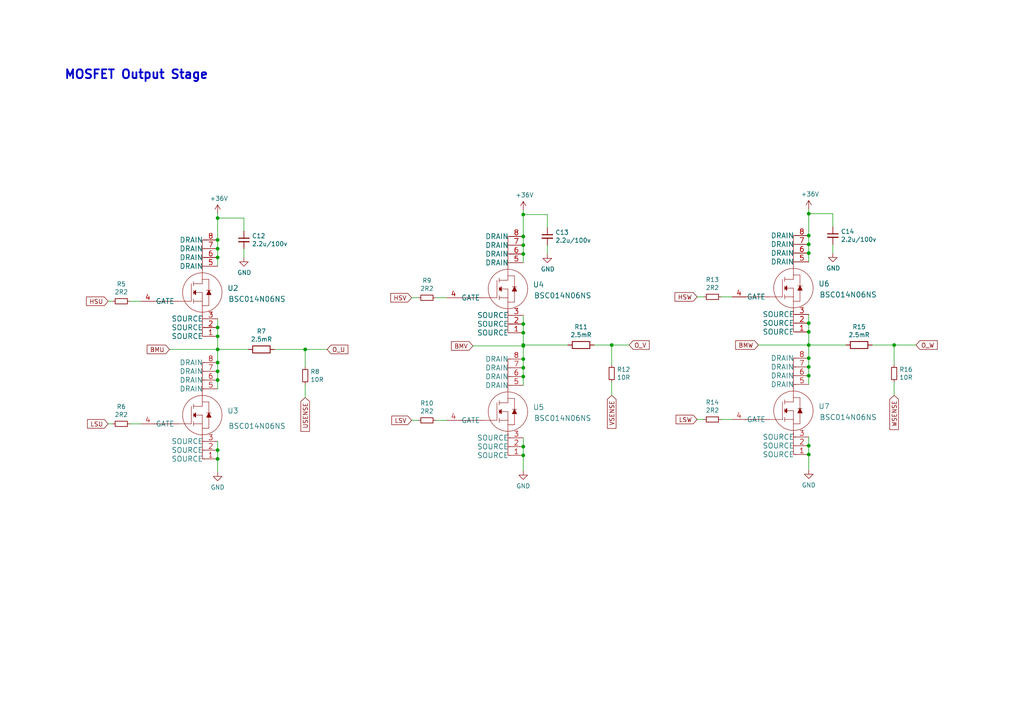
<source format=kicad_sch>
(kicad_sch (version 20250114) (generator "eeschema") (generator_version "9.0")
  (paper "A4")
  (title_block (title "ThunderMini") (date "2022-12-19") (rev "V1.0") (company "Yaseen M. Twati"))
  (lib_symbols
    (symbol "BrushlessESC-rescue:BSC014N06NS" (pin_names (offset 0.254))
      (property "Reference" "U" (at 14.605 4.445 0))
      (property "Value" "BSC014N06NS" (at 15.24 1.905 0))
      (symbol "BSC014N06NS_0_1"
        (polyline (pts (xy -6.985 -2.54) (xy -13.97 -2.54)))
        (polyline (pts (xy 0 6.35) (xy 0 15.24) (xy 0.635 15.24)))
        (polyline (pts (xy 0 -6.35) (xy 0 -12.7) (xy 0.635 -12.7)))
        (polyline (pts (xy 0.635 12.7) (xy 0 12.7)))
        (polyline (pts (xy 0.635 10.16) (xy 0 10.16)))
        (polyline (pts (xy 0.635 7.62) (xy 0 7.62)))
        (polyline (pts (xy 0.635 -7.62) (xy 0 -7.62)))
        (polyline (pts (xy 0.635 -10.16) (xy 0 -10.16)))
      )
      (symbol "BSC014N06NS_1_1"
        (polyline (pts (xy -3.175 2.54) (xy -3.175 -2.54)) (stroke (width 0.127)))
        (polyline (pts (xy -3.175 -2.54) (xy -6.985 -2.54)) (stroke (width 0.127)))
        (polyline (pts (xy -2.54 3.175) (xy -2.54 1.905)) (stroke (width 0.127)))
        (polyline (pts (xy -2.54 2.54) (xy 0 2.54)) (stroke (width 0.127)))
        (polyline (pts (xy -2.54 0.635) (xy -2.54 -0.635)) (stroke (width 0.127)))
        (polyline (pts (xy -2.54 0) (xy -1.905 0.635)) (stroke (width 0.127)))
        (polyline (pts (xy -2.54 0) (xy -1.905 0.635) (xy -1.905 -0.635) (xy -2.54 0)) (fill (type outline)))
        (polyline (pts (xy -2.54 -1.905) (xy -2.54 -3.175)) (stroke (width 0.127)))
        (polyline (pts (xy -2.54 -2.54) (xy 0 -2.54)) (stroke (width 0.127)))
        (polyline (pts (xy -1.905 -0.635) (xy -2.54 0)) (stroke (width 0.127)))
        (polyline (pts (xy -1.905 -0.635) (xy -1.905 0.635)) (stroke (width 0.127)))
        (polyline (pts (xy 0 3.81) (xy 0 6.35)) (stroke (width 0.127)))
        (polyline (pts (xy 0 3.81) (xy 1.905 3.81)) (stroke (width 0.127)))
        (polyline (pts (xy 0 2.54) (xy 0 3.81)) (stroke (width 0.127)))
        (polyline (pts (xy 0 0) (xy -2.54 0)) (stroke (width 0.127)))
        (polyline (pts (xy 0 0) (xy 0 -2.54)) (stroke (width 0.127)))
        (circle (center 0 0) (radius 5.715) (stroke (width 0.127)))
        (polyline (pts (xy 0 -3.81) (xy 0 -2.54)) (stroke (width 0.127)))
        (polyline (pts (xy 0 -3.81) (xy 0 -6.985)) (stroke (width 0.127)))
        (polyline (pts (xy 1.27 0.635) (xy 2.54 0.635)) (stroke (width 0.127)))
        (polyline (pts (xy 1.27 -0.635) (xy 2.54 -0.635)) (stroke (width 0.127)))
        (polyline (pts (xy 1.27 -0.635) (xy 1.905 0.635) (xy 2.54 -0.635) (xy 1.27 -0.635)) (fill (type outline)))
        (polyline (pts (xy 1.905 3.81) (xy 1.905 -3.81)) (stroke (width 0.127)))
        (polyline (pts (xy 1.905 0.635) (xy 1.27 -0.635)) (stroke (width 0.127)))
        (polyline (pts (xy 1.905 -3.81) (xy 0 -3.81)) (stroke (width 0.127)))
        (polyline (pts (xy 2.54 -0.635) (xy 1.905 0.635)) (stroke (width 0.127)))
        (arc (start 5.715 0) (mid 5.715 0) (end 5.715 0) (stroke (width 0.127)))
        (pin unspecified line (at -17.78 -2.54 0) (length 4) (name "GATE") (number "4"))
        (pin unspecified line (at 4.445 15.24 180) (length 4) (name "DRAIN") (number "8"))
        (pin unspecified line (at 4.445 12.7 180) (length 4) (name "DRAIN") (number "7"))
        (pin unspecified line (at 4.445 10.16 180) (length 4) (name "DRAIN") (number "6"))
        (pin unspecified line (at 4.445 7.62 180) (length 4) (name "DRAIN") (number "5"))
        (pin unspecified line (at 4.445 -7.62 180) (length 4) (name "SOURCE") (number "3"))
        (pin unspecified line (at 4.445 -10.16 180) (length 4) (name "SOURCE") (number "2"))
        (pin unspecified line (at 4.445 -12.7 180) (length 4) (name "SOURCE") (number "1"))
      )
    )
    (symbol "Device:C_Small" (pin_numbers (hide yes)) (pin_names (offset 0.254) (hide yes))
      (property "Reference" "C" (at 0.254 1.778 0))
      (property "Value" "C_Small" (at 0.254 -2.032 0))
      (symbol "C_Small_0_1"
        (polyline (pts (xy -1.524 0.508) (xy 1.524 0.508)) (stroke (width 0.3048)))
        (polyline (pts (xy -1.524 -0.508) (xy 1.524 -0.508)) (stroke (width 0.3302)))
      )
      (symbol "C_Small_1_1"
        (pin passive line (at 0 2.54 270) (length 2.032) (name "~") (number "1"))
        (pin passive line (at 0 -2.54 90) (length 2.032) (name "~") (number "2"))
      )
    )
    (symbol "Device:R" (pin_numbers (hide yes)) (pin_names (offset 0))
      (property "Reference" "R" (at 2.032 0 90))
      (property "Value" "R" (at 0 0 90))
      (symbol "R_0_1"
        (rectangle (start -1.016 -2.54) (end 1.016 2.54) (stroke (width 0.254)))
      )
      (symbol "R_1_1"
        (pin passive line (at 0 3.81 270) (length 1.27) (name "~") (number "1"))
        (pin passive line (at 0 -3.81 90) (length 1.27) (name "~") (number "2"))
      )
    )
    (symbol "Device:R_Small" (pin_numbers (hide yes)) (pin_names (offset 0.254) (hide yes))
      (property "Reference" "R" (at 0.762 0.508 0))
      (property "Value" "R_Small" (at 0.762 -1.016 0))
      (symbol "R_Small_0_1"
        (rectangle (start -0.762 1.778) (end 0.762 -1.778) (stroke (width 0.2032)))
      )
      (symbol "R_Small_1_1"
        (pin passive line (at 0 2.54 270) (length 0.762) (name "~") (number "1"))
        (pin passive line (at 0 -2.54 90) (length 0.762) (name "~") (number "2"))
      )
    )
    (symbol "power:+36V" (power) (pin_names (offset 0))
      (property "Value" "+36V" (at 0 3.556 0))
      (symbol "+36V_0_1"
        (polyline (pts (xy -0.762 1.27) (xy 0 2.54)))
        (polyline (pts (xy 0 2.54) (xy 0.762 1.27)))
        (polyline (pts (xy 0 0) (xy 0 2.54)))
      )
      (symbol "+36V_1_1"
        (pin power_in line (at 0 0 90) (length 0) (hide yes) (name "+36V") (number "1"))
      )
    )
    (symbol "power:GND" (power) (pin_names (offset 0))
      (property "Value" "GND" (at 0 -3.81 0))
      (symbol "GND_0_1"
        (polyline (pts (xy 0 0) (xy 0 -1.27) (xy 1.27 -1.27) (xy 0 -2.54) (xy -1.27 -1.27) (xy 0 -1.27)))
      )
      (symbol "GND_1_1"
        (pin power_in line (at 0 0 270) (length 0) (hide yes) (name "GND") (number "1"))
      )
    )
  )
  (text "MOSFET Output Stage" (at 18.542 23.241 0) (effects (font (size 2.54 2.54) (thickness 0.508) (bold yes)) (justify left bottom)))
  (junction (at 63.119 101.346))
  (junction (at 234.569 61.976))
  (junction (at 234.569 70.866))
  (junction (at 63.119 107.696))
  (junction (at 177.419 100.076))
  (junction (at 63.119 72.136))
  (junction (at 151.765 129.54))
  (junction (at 234.569 93.726))
  (junction (at 151.765 62.23))
  (junction (at 151.765 100.076))
  (junction (at 63.119 63.246))
  (junction (at 151.765 132.08))
  (junction (at 151.765 106.68))
  (junction (at 151.765 109.22))
  (junction (at 63.119 94.996))
  (junction (at 151.765 68.58))
  (junction (at 63.119 74.676))
  (junction (at 63.119 110.236))
  (junction (at 151.765 100.33))
  (junction (at 234.569 129.286))
  (junction (at 63.119 130.556))
  (junction (at 234.569 108.966))
  (junction (at 234.569 73.406))
  (junction (at 151.765 93.98))
  (junction (at 88.519 101.346))
  (junction (at 63.119 105.156))
  (junction (at 234.569 96.266))
  (junction (at 151.765 104.14))
  (junction (at 63.119 69.596))
  (junction (at 151.765 73.66))
  (junction (at 63.119 133.096))
  (junction (at 234.569 100.076))
  (junction (at 234.569 68.326))
  (junction (at 63.119 97.536))
  (junction (at 259.334 100.076))
  (junction (at 234.569 131.826))
  (junction (at 151.765 71.12))
  (junction (at 234.569 106.426))
  (junction (at 151.765 96.52))
  (junction (at 234.569 103.886))
  (wire (pts (xy 234.569 70.866) (xy 234.569 73.406)))
  (wire (pts (xy 234.569 73.406) (xy 234.569 75.946)))
  (wire (pts (xy 234.569 68.326) (xy 234.569 70.866)))
  (wire (pts (xy 151.765 104.14) (xy 151.765 106.68)))
  (wire (pts (xy 234.569 100.076) (xy 245.364 100.076)))
  (wire (pts (xy 88.519 101.346) (xy 94.869 101.346)))
  (wire (pts (xy 209.169 86.106) (xy 212.344 86.106)))
  (wire (pts (xy 151.765 106.68) (xy 151.765 109.22)))
  (wire (pts (xy 151.765 71.12) (xy 151.765 73.66)))
  (wire (pts (xy 63.119 110.236) (xy 63.119 112.776)))
  (wire (pts (xy 63.119 74.676) (xy 63.119 77.216)))
  (wire (pts (xy 63.119 107.696) (xy 63.119 110.236)))
  (wire (pts (xy 151.765 127) (xy 151.765 129.54)))
  (wire (pts (xy 219.964 100.076) (xy 234.569 100.076)))
  (wire (pts (xy 63.119 101.346) (xy 63.119 105.156)))
  (wire (pts (xy 259.334 100.076) (xy 259.334 105.791)))
  (wire (pts (xy 158.75 62.23) (xy 151.765 62.23)))
  (wire (pts (xy 234.569 103.886) (xy 234.569 106.426)))
  (wire (pts (xy 63.119 61.976) (xy 63.119 63.246)))
  (wire (pts (xy 63.119 94.996) (xy 63.119 97.536)))
  (wire (pts (xy 151.765 60.96) (xy 151.765 62.23)))
  (wire (pts (xy 177.419 114.681) (xy 177.419 110.871)))
  (wire (pts (xy 49.149 101.346) (xy 63.119 101.346)))
  (wire (pts (xy 63.119 72.136) (xy 63.119 74.676)))
  (wire (pts (xy 252.984 100.076) (xy 259.334 100.076)))
  (wire (pts (xy 151.765 96.52) (xy 151.765 100.076)))
  (wire (pts (xy 137.16 100.33) (xy 151.765 100.33)))
  (wire (pts (xy 151.765 129.54) (xy 151.765 132.08)))
  (wire (pts (xy 177.419 100.076) (xy 177.419 105.791)))
  (wire (pts (xy 151.765 62.23) (xy 151.765 68.58)))
  (wire (pts (xy 259.334 114.681) (xy 259.334 110.871)))
  (wire (pts (xy 158.75 66.04) (xy 158.75 62.23)))
  (wire (pts (xy 151.765 100.076) (xy 164.719 100.076)))
  (wire (pts (xy 88.519 101.346) (xy 88.519 106.426)))
  (wire (pts (xy 151.765 100.076) (xy 151.765 100.33)))
  (wire (pts (xy 234.569 129.286) (xy 234.569 131.826)))
  (wire (pts (xy 63.119 130.556) (xy 63.119 133.096)))
  (wire (pts (xy 63.119 92.456) (xy 63.119 94.996)))
  (wire (pts (xy 158.75 71.12) (xy 158.75 73.66)))
  (wire (pts (xy 63.119 97.536) (xy 63.119 101.346)))
  (wire (pts (xy 63.119 105.156) (xy 63.119 107.696)))
  (wire (pts (xy 209.169 121.666) (xy 212.344 121.666)))
  (wire (pts (xy 63.119 101.346) (xy 72.009 101.346)))
  (wire (pts (xy 202.184 86.106) (xy 204.089 86.106)))
  (wire (pts (xy 234.569 131.826) (xy 234.569 136.271)))
  (wire (pts (xy 126.365 121.92) (xy 129.54 121.92)))
  (wire (pts (xy 234.569 91.186) (xy 234.569 93.726)))
  (wire (pts (xy 63.119 133.096) (xy 63.119 136.906)))
  (wire (pts (xy 241.554 61.976) (xy 234.569 61.976)))
  (wire (pts (xy 151.765 68.58) (xy 151.765 71.12)))
  (wire (pts (xy 234.569 100.076) (xy 234.569 103.886)))
  (wire (pts (xy 241.554 70.866) (xy 241.554 73.406)))
  (wire (pts (xy 70.739 63.246) (xy 63.119 63.246)))
  (wire (pts (xy 63.119 128.016) (xy 63.119 130.556)))
  (wire (pts (xy 119.38 121.92) (xy 121.285 121.92)))
  (wire (pts (xy 234.569 126.746) (xy 234.569 129.286)))
  (wire (pts (xy 31.369 87.376) (xy 32.639 87.376)))
  (wire (pts (xy 63.119 63.246) (xy 63.119 69.596)))
  (wire (pts (xy 234.569 106.426) (xy 234.569 108.966)))
  (wire (pts (xy 151.765 93.98) (xy 151.765 96.52)))
  (wire (pts (xy 37.719 87.376) (xy 40.894 87.376)))
  (wire (pts (xy 151.765 109.22) (xy 151.765 111.76)))
  (wire (pts (xy 234.569 61.976) (xy 234.569 68.326)))
  (wire (pts (xy 151.765 132.08) (xy 151.765 136.525)))
  (wire (pts (xy 151.765 91.44) (xy 151.765 93.98)))
  (wire (pts (xy 63.119 69.596) (xy 63.119 72.136)))
  (wire (pts (xy 202.184 121.666) (xy 204.089 121.666)))
  (wire (pts (xy 70.739 67.056) (xy 70.739 63.246)))
  (wire (pts (xy 234.569 93.726) (xy 234.569 96.266)))
  (wire (pts (xy 172.339 100.076) (xy 177.419 100.076)))
  (wire (pts (xy 241.554 65.786) (xy 241.554 61.976)))
  (wire (pts (xy 70.739 72.136) (xy 70.739 74.676)))
  (wire (pts (xy 234.569 108.966) (xy 234.569 111.506)))
  (wire (pts (xy 259.334 100.076) (xy 265.684 100.076)))
  (wire (pts (xy 119.38 86.36) (xy 121.285 86.36)))
  (wire (pts (xy 79.629 101.346) (xy 88.519 101.346)))
  (wire (pts (xy 177.419 100.076) (xy 182.499 100.076)))
  (wire (pts (xy 126.365 86.36) (xy 129.54 86.36)))
  (wire (pts (xy 31.369 122.936) (xy 32.639 122.936)))
  (wire (pts (xy 151.765 100.33) (xy 151.765 104.14)))
  (wire (pts (xy 151.765 73.66) (xy 151.765 76.2)))
  (wire (pts (xy 88.519 115.316) (xy 88.519 111.506)))
  (wire (pts (xy 234.569 96.266) (xy 234.569 100.076)))
  (wire (pts (xy 234.569 60.706) (xy 234.569 61.976)))
  (wire (pts (xy 37.719 122.936) (xy 40.894 122.936)))
  (global_label "LSV" (shape input) (at 119.38 121.92 180) (property "Intersheetrefs" "${INTERSHEET_REFS}" (effects (hide yes))))
  (global_label "BMU" (shape input) (at 49.149 101.346 180) (property "Intersheetrefs" "${INTERSHEET_REFS}" (effects (hide yes))))
  (global_label "VSENSE" (shape input) (at 177.419 114.681 270) (property "Intersheetrefs" "${INTERSHEET_REFS}" (effects (hide yes))))
  (global_label "O_W" (shape input) (at 265.684 100.076 0) (property "Intersheetrefs" "${INTERSHEET_REFS}" (effects (hide yes))))
  (global_label "BMV" (shape input) (at 137.16 100.33 180) (property "Intersheetrefs" "${INTERSHEET_REFS}" (effects (hide yes))))
  (global_label "BMW" (shape input) (at 219.964 100.076 180) (property "Intersheetrefs" "${INTERSHEET_REFS}" (effects (hide yes))))
  (global_label "WSENSE" (shape input) (at 259.334 114.681 270) (property "Intersheetrefs" "${INTERSHEET_REFS}" (effects (hide yes))))
  (global_label "O_U" (shape input) (at 94.869 101.346 0) (property "Intersheetrefs" "${INTERSHEET_REFS}" (effects (hide yes))))
  (global_label "LSW" (shape input) (at 202.184 121.666 180) (property "Intersheetrefs" "${INTERSHEET_REFS}" (effects (hide yes))))
  (global_label "HSW" (shape input) (at 202.184 86.106 180) (property "Intersheetrefs" "${INTERSHEET_REFS}" (effects (hide yes))))
  (global_label "USENSE" (shape input) (at 88.519 115.316 270) (property "Intersheetrefs" "${INTERSHEET_REFS}" (effects (hide yes))))
  (global_label "O_V" (shape input) (at 182.499 100.076 0) (property "Intersheetrefs" "${INTERSHEET_REFS}" (effects (hide yes))))
  (global_label "HSU" (shape input) (at 31.369 87.376 180) (property "Intersheetrefs" "${INTERSHEET_REFS}" (effects (hide yes))))
  (global_label "LSU" (shape input) (at 31.369 122.936 180) (property "Intersheetrefs" "${INTERSHEET_REFS}" (effects (hide yes))))
  (global_label "HSV" (shape input) (at 119.38 86.36 180) (property "Intersheetrefs" "${INTERSHEET_REFS}" (effects (hide yes))))
  (symbol (lib_id "power:GND") (at 234.569 136.271 0) (unit 1)
    (property "Reference" "#PWR027" (effects (hide yes)))
    (property "Value" "GND" (at 234.569 140.7144 0))
  )
  (symbol (lib_id "Device:R") (at 75.819 101.346 270) (unit 1)
    (property "Reference" "R7" (at 75.819 96.0882 90))
    (property "Value" "2.5mR" (at 75.819 98.3996 90))
    (property "Footprint" "Resistor_SMD:R_2512_6332Metric_Pad1.40x3.35mm_HandSolder" (effects (hide yes)))
    (property "LCSC" "C494578" (effects (hide yes)))
  )
  (symbol (lib_id "Device:C_Small") (at 70.739 69.596 0) (unit 1)
    (property "Reference" "C12" (at 73.0758 68.4276 0) (effects (justify left)))
    (property "Value" "2.2u/100v" (at 73.0758 70.739 0) (effects (justify left)))
    (property "Footprint" "Capacitor_SMD:C_1210_3225Metric" (effects (hide yes)))
    (property "LCSC" "C55151" (effects (hide yes)))
  )
  (symbol (lib_id "Device:C_Small") (at 241.554 68.326 0) (unit 1)
    (property "Reference" "C14" (at 243.8908 67.1576 0) (effects (justify left)))
    (property "Value" "2.2u/100v" (at 243.8908 69.469 0) (effects (justify left)))
    (property "Footprint" "Capacitor_SMD:C_1210_3225Metric" (effects (hide yes)))
    (property "LCSC" "C55151" (effects (hide yes)))
  )
  (symbol (lib_id "Device:R_Small") (at 35.179 122.936 270) (unit 1)
    (property "Reference" "R6" (at 35.179 117.9576 90))
    (property "Value" "2R2" (at 35.179 120.269 90))
    (property "Footprint" "Resistor_SMD:R_0603_1608Metric" (effects (hide yes)))
    (property "LCSC" "C22939" (effects (hide yes)))
  )
  (symbol (lib_id "Device:R_Small") (at 206.629 121.666 270) (unit 1)
    (property "Reference" "R14" (at 206.629 116.6876 90))
    (property "Value" "2R2" (at 206.629 118.999 90))
    (property "Footprint" "Resistor_SMD:R_0603_1608Metric" (effects (hide yes)))
    (property "LCSC" "C22939" (effects (hide yes)))
  )
  (symbol (lib_id "Device:R_Small") (at 123.825 121.92 270) (unit 1)
    (property "Reference" "R10" (at 123.825 116.9416 90))
    (property "Value" "2R2" (at 123.825 119.253 90))
    (property "Footprint" "Resistor_SMD:R_0603_1608Metric" (effects (hide yes)))
    (property "LCSC" "C22939" (effects (hide yes)))
  )
  (symbol (lib_id "Device:R_Small") (at 177.419 108.331 0) (unit 1)
    (property "Reference" "R12" (at 178.9176 107.1626 0) (effects (justify left)))
    (property "Value" "10R" (at 178.9176 109.474 0) (effects (justify left)))
    (property "Footprint" "Resistor_SMD:R_0603_1608Metric" (effects (hide yes)))
    (property "LCSC" "C22859" (effects (hide yes)))
  )
  (symbol (lib_id "Device:R_Small") (at 123.825 86.36 270) (unit 1)
    (property "Reference" "R9" (at 123.825 81.3816 90))
    (property "Value" "2R2" (at 123.825 83.693 90))
    (property "Footprint" "Resistor_SMD:R_0603_1608Metric" (effects (hide yes)))
    (property "LCSC" "C22939" (effects (hide yes)))
  )
  (symbol (lib_id "BrushlessESC-rescue:BSC014N06NS") (at 58.674 120.396 0) (unit 1)
    (property "Reference" "U3" (at 67.564 119.126 0) (effects (font (size 1.524 1.524))))
    (property "Value" "BSC014N06NS" (at 74.549 123.571 0) (effects (font (size 1.524 1.524))))
    (property "Footprint" "BSC014N06NSS:BSC014N06NSSCATMA1" (effects (hide yes)))
    (property "LCSC" "C148250" (effects (hide yes)))
  )
  (symbol (lib_id "power:GND") (at 63.119 136.906 0) (unit 1)
    (property "Reference" "#PWR021" (effects (hide yes)))
    (property "Value" "GND" (at 63.119 141.3494 0))
  )
  (symbol (lib_id "Device:R_Small") (at 259.334 108.331 0) (unit 1)
    (property "Reference" "R16" (at 260.8326 107.1626 0) (effects (justify left)))
    (property "Value" "10R" (at 260.8326 109.474 0) (effects (justify left)))
    (property "Footprint" "Resistor_SMD:R_0603_1608Metric" (effects (hide yes)))
    (property "LCSC" "C22859" (effects (hide yes)))
  )
  (symbol (lib_id "BrushlessESC-rescue:BSC014N06NS") (at 58.674 84.836 0) (unit 1)
    (property "Reference" "U2" (at 67.564 83.566 0) (effects (font (size 1.524 1.524))))
    (property "Value" "BSC014N06NS" (at 74.549 86.741 0) (effects (font (size 1.524 1.524))))
    (property "Footprint" "BSC014N06NSS:BSC014N06NSSCATMA1" (effects (hide yes)))
    (property "LCSC" "C148250" (effects (hide yes)))
  )
  (symbol (lib_id "power:GND") (at 241.554 73.406 0) (unit 1)
    (property "Reference" "#PWR028" (effects (hide yes)))
    (property "Value" "GND" (at 241.681 77.8002 0))
  )
  (symbol (lib_id "power:GND") (at 151.765 136.525 0) (unit 1)
    (property "Reference" "#PWR024" (effects (hide yes)))
    (property "Value" "GND" (at 151.765 140.9684 0))
  )
  (symbol (lib_id "BrushlessESC-rescue:BSC014N06NS") (at 147.32 119.38 0) (unit 1)
    (property "Reference" "U5" (at 156.21 118.11 0) (effects (font (size 1.524 1.524))))
    (property "Value" "BSC014N06NS" (at 163.195 121.285 0) (effects (font (size 1.524 1.524))))
    (property "Footprint" "BSC014N06NSS:BSC014N06NSSCATMA1" (effects (hide yes)))
    (property "LCSC" "C148250" (effects (hide yes)))
  )
  (symbol (lib_id "Device:R") (at 168.529 100.076 270) (unit 1)
    (property "Reference" "R11" (at 168.529 94.8182 90))
    (property "Value" "2.5mR" (at 168.529 97.1296 90))
    (property "Footprint" "Resistor_SMD:R_2512_6332Metric_Pad1.40x3.35mm_HandSolder" (effects (hide yes)))
    (property "LCSC" "C494578" (effects (hide yes)))
  )
  (symbol (lib_id "BrushlessESC-rescue:BSC014N06NS") (at 230.124 119.126 0) (unit 1)
    (property "Reference" "U7" (at 239.014 117.856 0) (effects (font (size 1.524 1.524))))
    (property "Value" "BSC014N06NS" (at 245.999 121.031 0) (effects (font (size 1.524 1.524))))
    (property "Footprint" "BSC014N06NSS:BSC014N06NSSCATMA1" (effects (hide yes)))
  )
  (symbol (lib_id "Device:R_Small") (at 35.179 87.376 270) (unit 1)
    (property "Reference" "R5" (at 35.179 82.3976 90))
    (property "Value" "2R2" (at 35.179 84.709 90))
    (property "Footprint" "Resistor_SMD:R_0603_1608Metric" (effects (hide yes)))
    (property "LCSC" "C22939" (effects (hide yes)))
  )
  (symbol (lib_id "Device:R") (at 249.174 100.076 270) (unit 1)
    (property "Reference" "R15" (at 249.174 94.8182 90))
    (property "Value" "2.5mR" (at 249.174 97.1296 90))
    (property "Footprint" "Resistor_SMD:R_2512_6332Metric_Pad1.40x3.35mm_HandSolder" (effects (hide yes)))
    (property "LCSC" "C494578" (effects (hide yes)))
  )
  (symbol (lib_id "BrushlessESC-rescue:BSC014N06NS") (at 147.32 83.82 0) (unit 1)
    (property "Reference" "U4" (at 156.21 82.55 0) (effects (font (size 1.524 1.524))))
    (property "Value" "BSC014N06NS" (at 163.195 85.725 0) (effects (font (size 1.524 1.524))))
    (property "Footprint" "BSC014N06NSS:BSC014N06NSSCATMA1" (effects (hide yes)))
    (property "LCSC" "C148250" (effects (hide yes)))
  )
  (symbol (lib_id "power:GND") (at 70.739 74.676 0) (unit 1)
    (property "Reference" "#PWR022" (effects (hide yes)))
    (property "Value" "GND" (at 70.866 79.0702 0))
  )
  (symbol (lib_id "power:+36V") (at 63.119 61.976 0) (unit 1)
    (property "Reference" "#PWR020" (effects (hide yes)))
    (property "Value" "+36V" (at 63.5 57.5818 0))
  )
  (symbol (lib_id "power:+36V") (at 234.569 60.706 0) (unit 1)
    (property "Reference" "#PWR026" (effects (hide yes)))
    (property "Value" "+36V" (at 234.95 56.3118 0))
  )
  (symbol (lib_id "Device:R_Small") (at 88.519 108.966 0) (unit 1)
    (property "Reference" "R8" (at 90.0176 107.7976 0) (effects (justify left)))
    (property "Value" "10R" (at 90.0176 110.109 0) (effects (justify left)))
    (property "Footprint" "Resistor_SMD:R_0603_1608Metric" (effects (hide yes)))
    (property "LCSC" "C22859" (effects (hide yes)))
  )
  (symbol (lib_id "Device:C_Small") (at 158.75 68.58 0) (unit 1)
    (property "Reference" "C13" (at 161.0868 67.4116 0) (effects (justify left)))
    (property "Value" "2.2u/100v" (at 161.0868 69.723 0) (effects (justify left)))
    (property "Footprint" "Capacitor_SMD:C_1210_3225Metric" (effects (hide yes)))
    (property "LCSC" "C55151" (effects (hide yes)))
  )
  (symbol (lib_id "power:+36V") (at 151.765 60.96 0) (unit 1)
    (property "Reference" "#PWR023" (effects (hide yes)))
    (property "Value" "+36V" (at 152.146 56.5658 0))
  )
  (symbol (lib_id "BrushlessESC-rescue:BSC014N06NS") (at 230.124 83.566 0) (unit 1)
    (property "Reference" "U6" (at 239.014 82.296 0) (effects (font (size 1.524 1.524))))
    (property "Value" "BSC014N06NS" (at 245.999 85.471 0) (effects (font (size 1.524 1.524))))
    (property "Footprint" "BSC014N06NSS:BSC014N06NSSCATMA1" (effects (hide yes)))
    (property "LCSC" "C148250" (effects (hide yes)))
  )
  (symbol (lib_id "Device:R_Small") (at 206.629 86.106 270) (unit 1)
    (property "Reference" "R13" (at 206.629 81.1276 90))
    (property "Value" "2R2" (at 206.629 83.439 90))
    (property "Footprint" "Resistor_SMD:R_0603_1608Metric" (effects (hide yes)))
    (property "LCSC" "C22939" (effects (hide yes)))
  )
  (symbol (lib_id "power:GND") (at 158.75 73.66 0) (unit 1)
    (property "Reference" "#PWR025" (effects (hide yes)))
    (property "Value" "GND" (at 158.877 78.0542 0))
  )
)
</source>
